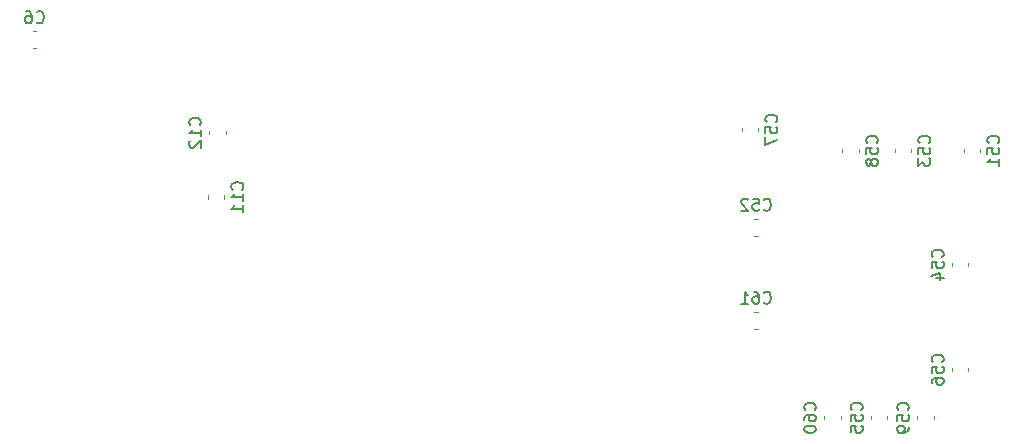
<source format=gbo>
G04 #@! TF.GenerationSoftware,KiCad,Pcbnew,5.1.10-88a1d61d58~88~ubuntu18.04.1*
G04 #@! TF.CreationDate,2021-06-12T18:10:02+08:00*
G04 #@! TF.ProjectId,kit-dev-coldfire-xilinx_5213,6b69742d-6465-4762-9d63-6f6c64666972,2*
G04 #@! TF.SameCoordinates,Original*
G04 #@! TF.FileFunction,Legend,Bot*
G04 #@! TF.FilePolarity,Positive*
%FSLAX46Y46*%
G04 Gerber Fmt 4.6, Leading zero omitted, Abs format (unit mm)*
G04 Created by KiCad (PCBNEW 5.1.10-88a1d61d58~88~ubuntu18.04.1) date 2021-06-12 18:10:02*
%MOMM*%
%LPD*%
G01*
G04 APERTURE LIST*
%ADD10C,0.120000*%
%ADD11C,0.150000*%
%ADD12O,2.800000X2.800000*%
%ADD13O,2.000000X2.000000*%
%ADD14C,2.000000*%
%ADD15C,1.400000*%
%ADD16O,2.100000X2.100000*%
%ADD17C,1.900000*%
%ADD18C,5.200600*%
%ADD19C,2.940000*%
%ADD20C,4.210000*%
%ADD21C,1.924000*%
%ADD22C,1.797000*%
G04 APERTURE END LIST*
D10*
X130071000Y-90730000D02*
X129771000Y-90730000D01*
X130071000Y-92150000D02*
X129771000Y-92150000D01*
X145998000Y-104925000D02*
X145998000Y-104625000D01*
X144578000Y-104925000D02*
X144578000Y-104625000D01*
X144705000Y-99164000D02*
X144705000Y-99464000D01*
X146125000Y-99164000D02*
X146125000Y-99464000D01*
X210006000Y-100988000D02*
X210006000Y-100688000D01*
X208586000Y-100988000D02*
X208586000Y-100688000D01*
X191158000Y-106605000D02*
X190858000Y-106605000D01*
X191158000Y-108025000D02*
X190858000Y-108025000D01*
X204164000Y-100988000D02*
X204164000Y-100688000D01*
X202744000Y-100988000D02*
X202744000Y-100688000D01*
X207570000Y-110340000D02*
X207570000Y-110640000D01*
X208990000Y-110340000D02*
X208990000Y-110640000D01*
X200712000Y-123294000D02*
X200712000Y-123594000D01*
X202132000Y-123294000D02*
X202132000Y-123594000D01*
X207570000Y-119230000D02*
X207570000Y-119530000D01*
X208990000Y-119230000D02*
X208990000Y-119530000D01*
X191210000Y-99210000D02*
X191210000Y-98910000D01*
X189790000Y-99210000D02*
X189790000Y-98910000D01*
X199719000Y-100988000D02*
X199719000Y-100688000D01*
X198299000Y-100988000D02*
X198299000Y-100688000D01*
X204649000Y-123294000D02*
X204649000Y-123594000D01*
X206069000Y-123294000D02*
X206069000Y-123594000D01*
X196775000Y-123294000D02*
X196775000Y-123594000D01*
X198195000Y-123294000D02*
X198195000Y-123594000D01*
X191158000Y-114479000D02*
X190858000Y-114479000D01*
X191158000Y-115899000D02*
X190858000Y-115899000D01*
D11*
X130087666Y-89947142D02*
X130135285Y-89994761D01*
X130278142Y-90042380D01*
X130373380Y-90042380D01*
X130516238Y-89994761D01*
X130611476Y-89899523D01*
X130659095Y-89804285D01*
X130706714Y-89613809D01*
X130706714Y-89470952D01*
X130659095Y-89280476D01*
X130611476Y-89185238D01*
X130516238Y-89090000D01*
X130373380Y-89042380D01*
X130278142Y-89042380D01*
X130135285Y-89090000D01*
X130087666Y-89137619D01*
X129230523Y-89042380D02*
X129421000Y-89042380D01*
X129516238Y-89090000D01*
X129563857Y-89137619D01*
X129659095Y-89280476D01*
X129706714Y-89470952D01*
X129706714Y-89851904D01*
X129659095Y-89947142D01*
X129611476Y-89994761D01*
X129516238Y-90042380D01*
X129325761Y-90042380D01*
X129230523Y-89994761D01*
X129182904Y-89947142D01*
X129135285Y-89851904D01*
X129135285Y-89613809D01*
X129182904Y-89518571D01*
X129230523Y-89470952D01*
X129325761Y-89423333D01*
X129516238Y-89423333D01*
X129611476Y-89470952D01*
X129659095Y-89518571D01*
X129706714Y-89613809D01*
X147495142Y-104132142D02*
X147542761Y-104084523D01*
X147590380Y-103941666D01*
X147590380Y-103846428D01*
X147542761Y-103703571D01*
X147447523Y-103608333D01*
X147352285Y-103560714D01*
X147161809Y-103513095D01*
X147018952Y-103513095D01*
X146828476Y-103560714D01*
X146733238Y-103608333D01*
X146638000Y-103703571D01*
X146590380Y-103846428D01*
X146590380Y-103941666D01*
X146638000Y-104084523D01*
X146685619Y-104132142D01*
X147590380Y-105084523D02*
X147590380Y-104513095D01*
X147590380Y-104798809D02*
X146590380Y-104798809D01*
X146733238Y-104703571D01*
X146828476Y-104608333D01*
X146876095Y-104513095D01*
X147590380Y-106036904D02*
X147590380Y-105465476D01*
X147590380Y-105751190D02*
X146590380Y-105751190D01*
X146733238Y-105655952D01*
X146828476Y-105560714D01*
X146876095Y-105465476D01*
X143922142Y-98671142D02*
X143969761Y-98623523D01*
X144017380Y-98480666D01*
X144017380Y-98385428D01*
X143969761Y-98242571D01*
X143874523Y-98147333D01*
X143779285Y-98099714D01*
X143588809Y-98052095D01*
X143445952Y-98052095D01*
X143255476Y-98099714D01*
X143160238Y-98147333D01*
X143065000Y-98242571D01*
X143017380Y-98385428D01*
X143017380Y-98480666D01*
X143065000Y-98623523D01*
X143112619Y-98671142D01*
X144017380Y-99623523D02*
X144017380Y-99052095D01*
X144017380Y-99337809D02*
X143017380Y-99337809D01*
X143160238Y-99242571D01*
X143255476Y-99147333D01*
X143303095Y-99052095D01*
X143112619Y-100004476D02*
X143065000Y-100052095D01*
X143017380Y-100147333D01*
X143017380Y-100385428D01*
X143065000Y-100480666D01*
X143112619Y-100528285D01*
X143207857Y-100575904D01*
X143303095Y-100575904D01*
X143445952Y-100528285D01*
X144017380Y-99956857D01*
X144017380Y-100575904D01*
X211503142Y-100195142D02*
X211550761Y-100147523D01*
X211598380Y-100004666D01*
X211598380Y-99909428D01*
X211550761Y-99766571D01*
X211455523Y-99671333D01*
X211360285Y-99623714D01*
X211169809Y-99576095D01*
X211026952Y-99576095D01*
X210836476Y-99623714D01*
X210741238Y-99671333D01*
X210646000Y-99766571D01*
X210598380Y-99909428D01*
X210598380Y-100004666D01*
X210646000Y-100147523D01*
X210693619Y-100195142D01*
X210598380Y-101099904D02*
X210598380Y-100623714D01*
X211074571Y-100576095D01*
X211026952Y-100623714D01*
X210979333Y-100718952D01*
X210979333Y-100957047D01*
X211026952Y-101052285D01*
X211074571Y-101099904D01*
X211169809Y-101147523D01*
X211407904Y-101147523D01*
X211503142Y-101099904D01*
X211550761Y-101052285D01*
X211598380Y-100957047D01*
X211598380Y-100718952D01*
X211550761Y-100623714D01*
X211503142Y-100576095D01*
X211598380Y-102099904D02*
X211598380Y-101528476D01*
X211598380Y-101814190D02*
X210598380Y-101814190D01*
X210741238Y-101718952D01*
X210836476Y-101623714D01*
X210884095Y-101528476D01*
X191650857Y-105822142D02*
X191698476Y-105869761D01*
X191841333Y-105917380D01*
X191936571Y-105917380D01*
X192079428Y-105869761D01*
X192174666Y-105774523D01*
X192222285Y-105679285D01*
X192269904Y-105488809D01*
X192269904Y-105345952D01*
X192222285Y-105155476D01*
X192174666Y-105060238D01*
X192079428Y-104965000D01*
X191936571Y-104917380D01*
X191841333Y-104917380D01*
X191698476Y-104965000D01*
X191650857Y-105012619D01*
X190746095Y-104917380D02*
X191222285Y-104917380D01*
X191269904Y-105393571D01*
X191222285Y-105345952D01*
X191127047Y-105298333D01*
X190888952Y-105298333D01*
X190793714Y-105345952D01*
X190746095Y-105393571D01*
X190698476Y-105488809D01*
X190698476Y-105726904D01*
X190746095Y-105822142D01*
X190793714Y-105869761D01*
X190888952Y-105917380D01*
X191127047Y-105917380D01*
X191222285Y-105869761D01*
X191269904Y-105822142D01*
X190317523Y-105012619D02*
X190269904Y-104965000D01*
X190174666Y-104917380D01*
X189936571Y-104917380D01*
X189841333Y-104965000D01*
X189793714Y-105012619D01*
X189746095Y-105107857D01*
X189746095Y-105203095D01*
X189793714Y-105345952D01*
X190365142Y-105917380D01*
X189746095Y-105917380D01*
X205661142Y-100195142D02*
X205708761Y-100147523D01*
X205756380Y-100004666D01*
X205756380Y-99909428D01*
X205708761Y-99766571D01*
X205613523Y-99671333D01*
X205518285Y-99623714D01*
X205327809Y-99576095D01*
X205184952Y-99576095D01*
X204994476Y-99623714D01*
X204899238Y-99671333D01*
X204804000Y-99766571D01*
X204756380Y-99909428D01*
X204756380Y-100004666D01*
X204804000Y-100147523D01*
X204851619Y-100195142D01*
X204756380Y-101099904D02*
X204756380Y-100623714D01*
X205232571Y-100576095D01*
X205184952Y-100623714D01*
X205137333Y-100718952D01*
X205137333Y-100957047D01*
X205184952Y-101052285D01*
X205232571Y-101099904D01*
X205327809Y-101147523D01*
X205565904Y-101147523D01*
X205661142Y-101099904D01*
X205708761Y-101052285D01*
X205756380Y-100957047D01*
X205756380Y-100718952D01*
X205708761Y-100623714D01*
X205661142Y-100576095D01*
X204756380Y-101480857D02*
X204756380Y-102099904D01*
X205137333Y-101766571D01*
X205137333Y-101909428D01*
X205184952Y-102004666D01*
X205232571Y-102052285D01*
X205327809Y-102099904D01*
X205565904Y-102099904D01*
X205661142Y-102052285D01*
X205708761Y-102004666D01*
X205756380Y-101909428D01*
X205756380Y-101623714D01*
X205708761Y-101528476D01*
X205661142Y-101480857D01*
X206787142Y-109847142D02*
X206834761Y-109799523D01*
X206882380Y-109656666D01*
X206882380Y-109561428D01*
X206834761Y-109418571D01*
X206739523Y-109323333D01*
X206644285Y-109275714D01*
X206453809Y-109228095D01*
X206310952Y-109228095D01*
X206120476Y-109275714D01*
X206025238Y-109323333D01*
X205930000Y-109418571D01*
X205882380Y-109561428D01*
X205882380Y-109656666D01*
X205930000Y-109799523D01*
X205977619Y-109847142D01*
X205882380Y-110751904D02*
X205882380Y-110275714D01*
X206358571Y-110228095D01*
X206310952Y-110275714D01*
X206263333Y-110370952D01*
X206263333Y-110609047D01*
X206310952Y-110704285D01*
X206358571Y-110751904D01*
X206453809Y-110799523D01*
X206691904Y-110799523D01*
X206787142Y-110751904D01*
X206834761Y-110704285D01*
X206882380Y-110609047D01*
X206882380Y-110370952D01*
X206834761Y-110275714D01*
X206787142Y-110228095D01*
X206215714Y-111656666D02*
X206882380Y-111656666D01*
X205834761Y-111418571D02*
X206549047Y-111180476D01*
X206549047Y-111799523D01*
X199929142Y-122801142D02*
X199976761Y-122753523D01*
X200024380Y-122610666D01*
X200024380Y-122515428D01*
X199976761Y-122372571D01*
X199881523Y-122277333D01*
X199786285Y-122229714D01*
X199595809Y-122182095D01*
X199452952Y-122182095D01*
X199262476Y-122229714D01*
X199167238Y-122277333D01*
X199072000Y-122372571D01*
X199024380Y-122515428D01*
X199024380Y-122610666D01*
X199072000Y-122753523D01*
X199119619Y-122801142D01*
X199024380Y-123705904D02*
X199024380Y-123229714D01*
X199500571Y-123182095D01*
X199452952Y-123229714D01*
X199405333Y-123324952D01*
X199405333Y-123563047D01*
X199452952Y-123658285D01*
X199500571Y-123705904D01*
X199595809Y-123753523D01*
X199833904Y-123753523D01*
X199929142Y-123705904D01*
X199976761Y-123658285D01*
X200024380Y-123563047D01*
X200024380Y-123324952D01*
X199976761Y-123229714D01*
X199929142Y-123182095D01*
X199024380Y-124658285D02*
X199024380Y-124182095D01*
X199500571Y-124134476D01*
X199452952Y-124182095D01*
X199405333Y-124277333D01*
X199405333Y-124515428D01*
X199452952Y-124610666D01*
X199500571Y-124658285D01*
X199595809Y-124705904D01*
X199833904Y-124705904D01*
X199929142Y-124658285D01*
X199976761Y-124610666D01*
X200024380Y-124515428D01*
X200024380Y-124277333D01*
X199976761Y-124182095D01*
X199929142Y-124134476D01*
X206787142Y-118737142D02*
X206834761Y-118689523D01*
X206882380Y-118546666D01*
X206882380Y-118451428D01*
X206834761Y-118308571D01*
X206739523Y-118213333D01*
X206644285Y-118165714D01*
X206453809Y-118118095D01*
X206310952Y-118118095D01*
X206120476Y-118165714D01*
X206025238Y-118213333D01*
X205930000Y-118308571D01*
X205882380Y-118451428D01*
X205882380Y-118546666D01*
X205930000Y-118689523D01*
X205977619Y-118737142D01*
X205882380Y-119641904D02*
X205882380Y-119165714D01*
X206358571Y-119118095D01*
X206310952Y-119165714D01*
X206263333Y-119260952D01*
X206263333Y-119499047D01*
X206310952Y-119594285D01*
X206358571Y-119641904D01*
X206453809Y-119689523D01*
X206691904Y-119689523D01*
X206787142Y-119641904D01*
X206834761Y-119594285D01*
X206882380Y-119499047D01*
X206882380Y-119260952D01*
X206834761Y-119165714D01*
X206787142Y-119118095D01*
X205882380Y-120546666D02*
X205882380Y-120356190D01*
X205930000Y-120260952D01*
X205977619Y-120213333D01*
X206120476Y-120118095D01*
X206310952Y-120070476D01*
X206691904Y-120070476D01*
X206787142Y-120118095D01*
X206834761Y-120165714D01*
X206882380Y-120260952D01*
X206882380Y-120451428D01*
X206834761Y-120546666D01*
X206787142Y-120594285D01*
X206691904Y-120641904D01*
X206453809Y-120641904D01*
X206358571Y-120594285D01*
X206310952Y-120546666D01*
X206263333Y-120451428D01*
X206263333Y-120260952D01*
X206310952Y-120165714D01*
X206358571Y-120118095D01*
X206453809Y-120070476D01*
X192707142Y-98417142D02*
X192754761Y-98369523D01*
X192802380Y-98226666D01*
X192802380Y-98131428D01*
X192754761Y-97988571D01*
X192659523Y-97893333D01*
X192564285Y-97845714D01*
X192373809Y-97798095D01*
X192230952Y-97798095D01*
X192040476Y-97845714D01*
X191945238Y-97893333D01*
X191850000Y-97988571D01*
X191802380Y-98131428D01*
X191802380Y-98226666D01*
X191850000Y-98369523D01*
X191897619Y-98417142D01*
X191802380Y-99321904D02*
X191802380Y-98845714D01*
X192278571Y-98798095D01*
X192230952Y-98845714D01*
X192183333Y-98940952D01*
X192183333Y-99179047D01*
X192230952Y-99274285D01*
X192278571Y-99321904D01*
X192373809Y-99369523D01*
X192611904Y-99369523D01*
X192707142Y-99321904D01*
X192754761Y-99274285D01*
X192802380Y-99179047D01*
X192802380Y-98940952D01*
X192754761Y-98845714D01*
X192707142Y-98798095D01*
X191802380Y-99702857D02*
X191802380Y-100369523D01*
X192802380Y-99940952D01*
X201216142Y-100195142D02*
X201263761Y-100147523D01*
X201311380Y-100004666D01*
X201311380Y-99909428D01*
X201263761Y-99766571D01*
X201168523Y-99671333D01*
X201073285Y-99623714D01*
X200882809Y-99576095D01*
X200739952Y-99576095D01*
X200549476Y-99623714D01*
X200454238Y-99671333D01*
X200359000Y-99766571D01*
X200311380Y-99909428D01*
X200311380Y-100004666D01*
X200359000Y-100147523D01*
X200406619Y-100195142D01*
X200311380Y-101099904D02*
X200311380Y-100623714D01*
X200787571Y-100576095D01*
X200739952Y-100623714D01*
X200692333Y-100718952D01*
X200692333Y-100957047D01*
X200739952Y-101052285D01*
X200787571Y-101099904D01*
X200882809Y-101147523D01*
X201120904Y-101147523D01*
X201216142Y-101099904D01*
X201263761Y-101052285D01*
X201311380Y-100957047D01*
X201311380Y-100718952D01*
X201263761Y-100623714D01*
X201216142Y-100576095D01*
X200739952Y-101718952D02*
X200692333Y-101623714D01*
X200644714Y-101576095D01*
X200549476Y-101528476D01*
X200501857Y-101528476D01*
X200406619Y-101576095D01*
X200359000Y-101623714D01*
X200311380Y-101718952D01*
X200311380Y-101909428D01*
X200359000Y-102004666D01*
X200406619Y-102052285D01*
X200501857Y-102099904D01*
X200549476Y-102099904D01*
X200644714Y-102052285D01*
X200692333Y-102004666D01*
X200739952Y-101909428D01*
X200739952Y-101718952D01*
X200787571Y-101623714D01*
X200835190Y-101576095D01*
X200930428Y-101528476D01*
X201120904Y-101528476D01*
X201216142Y-101576095D01*
X201263761Y-101623714D01*
X201311380Y-101718952D01*
X201311380Y-101909428D01*
X201263761Y-102004666D01*
X201216142Y-102052285D01*
X201120904Y-102099904D01*
X200930428Y-102099904D01*
X200835190Y-102052285D01*
X200787571Y-102004666D01*
X200739952Y-101909428D01*
X203866142Y-122801142D02*
X203913761Y-122753523D01*
X203961380Y-122610666D01*
X203961380Y-122515428D01*
X203913761Y-122372571D01*
X203818523Y-122277333D01*
X203723285Y-122229714D01*
X203532809Y-122182095D01*
X203389952Y-122182095D01*
X203199476Y-122229714D01*
X203104238Y-122277333D01*
X203009000Y-122372571D01*
X202961380Y-122515428D01*
X202961380Y-122610666D01*
X203009000Y-122753523D01*
X203056619Y-122801142D01*
X202961380Y-123705904D02*
X202961380Y-123229714D01*
X203437571Y-123182095D01*
X203389952Y-123229714D01*
X203342333Y-123324952D01*
X203342333Y-123563047D01*
X203389952Y-123658285D01*
X203437571Y-123705904D01*
X203532809Y-123753523D01*
X203770904Y-123753523D01*
X203866142Y-123705904D01*
X203913761Y-123658285D01*
X203961380Y-123563047D01*
X203961380Y-123324952D01*
X203913761Y-123229714D01*
X203866142Y-123182095D01*
X203961380Y-124229714D02*
X203961380Y-124420190D01*
X203913761Y-124515428D01*
X203866142Y-124563047D01*
X203723285Y-124658285D01*
X203532809Y-124705904D01*
X203151857Y-124705904D01*
X203056619Y-124658285D01*
X203009000Y-124610666D01*
X202961380Y-124515428D01*
X202961380Y-124324952D01*
X203009000Y-124229714D01*
X203056619Y-124182095D01*
X203151857Y-124134476D01*
X203389952Y-124134476D01*
X203485190Y-124182095D01*
X203532809Y-124229714D01*
X203580428Y-124324952D01*
X203580428Y-124515428D01*
X203532809Y-124610666D01*
X203485190Y-124658285D01*
X203389952Y-124705904D01*
X195992142Y-122801142D02*
X196039761Y-122753523D01*
X196087380Y-122610666D01*
X196087380Y-122515428D01*
X196039761Y-122372571D01*
X195944523Y-122277333D01*
X195849285Y-122229714D01*
X195658809Y-122182095D01*
X195515952Y-122182095D01*
X195325476Y-122229714D01*
X195230238Y-122277333D01*
X195135000Y-122372571D01*
X195087380Y-122515428D01*
X195087380Y-122610666D01*
X195135000Y-122753523D01*
X195182619Y-122801142D01*
X195087380Y-123658285D02*
X195087380Y-123467809D01*
X195135000Y-123372571D01*
X195182619Y-123324952D01*
X195325476Y-123229714D01*
X195515952Y-123182095D01*
X195896904Y-123182095D01*
X195992142Y-123229714D01*
X196039761Y-123277333D01*
X196087380Y-123372571D01*
X196087380Y-123563047D01*
X196039761Y-123658285D01*
X195992142Y-123705904D01*
X195896904Y-123753523D01*
X195658809Y-123753523D01*
X195563571Y-123705904D01*
X195515952Y-123658285D01*
X195468333Y-123563047D01*
X195468333Y-123372571D01*
X195515952Y-123277333D01*
X195563571Y-123229714D01*
X195658809Y-123182095D01*
X195087380Y-124372571D02*
X195087380Y-124467809D01*
X195135000Y-124563047D01*
X195182619Y-124610666D01*
X195277857Y-124658285D01*
X195468333Y-124705904D01*
X195706428Y-124705904D01*
X195896904Y-124658285D01*
X195992142Y-124610666D01*
X196039761Y-124563047D01*
X196087380Y-124467809D01*
X196087380Y-124372571D01*
X196039761Y-124277333D01*
X195992142Y-124229714D01*
X195896904Y-124182095D01*
X195706428Y-124134476D01*
X195468333Y-124134476D01*
X195277857Y-124182095D01*
X195182619Y-124229714D01*
X195135000Y-124277333D01*
X195087380Y-124372571D01*
X191650857Y-113696142D02*
X191698476Y-113743761D01*
X191841333Y-113791380D01*
X191936571Y-113791380D01*
X192079428Y-113743761D01*
X192174666Y-113648523D01*
X192222285Y-113553285D01*
X192269904Y-113362809D01*
X192269904Y-113219952D01*
X192222285Y-113029476D01*
X192174666Y-112934238D01*
X192079428Y-112839000D01*
X191936571Y-112791380D01*
X191841333Y-112791380D01*
X191698476Y-112839000D01*
X191650857Y-112886619D01*
X190793714Y-112791380D02*
X190984190Y-112791380D01*
X191079428Y-112839000D01*
X191127047Y-112886619D01*
X191222285Y-113029476D01*
X191269904Y-113219952D01*
X191269904Y-113600904D01*
X191222285Y-113696142D01*
X191174666Y-113743761D01*
X191079428Y-113791380D01*
X190888952Y-113791380D01*
X190793714Y-113743761D01*
X190746095Y-113696142D01*
X190698476Y-113600904D01*
X190698476Y-113362809D01*
X190746095Y-113267571D01*
X190793714Y-113219952D01*
X190888952Y-113172333D01*
X191079428Y-113172333D01*
X191174666Y-113219952D01*
X191222285Y-113267571D01*
X191269904Y-113362809D01*
X189746095Y-113791380D02*
X190317523Y-113791380D01*
X190031809Y-113791380D02*
X190031809Y-112791380D01*
X190127047Y-112934238D01*
X190222285Y-113029476D01*
X190317523Y-113077095D01*
%LPC*%
D12*
X80772000Y-77089000D03*
G36*
G01*
X94872000Y-75889000D02*
X94872000Y-78289000D01*
G75*
G02*
X94672000Y-78489000I-200000J0D01*
G01*
X92272000Y-78489000D01*
G75*
G02*
X92072000Y-78289000I0J200000D01*
G01*
X92072000Y-75889000D01*
G75*
G02*
X92272000Y-75689000I200000J0D01*
G01*
X94672000Y-75689000D01*
G75*
G02*
X94872000Y-75889000I0J-200000D01*
G01*
G37*
D13*
X217170000Y-134620000D03*
D14*
X207010000Y-134620000D03*
X88900000Y-95330000D03*
G36*
G01*
X89700000Y-101330000D02*
X88100000Y-101330000D01*
G75*
G02*
X87900000Y-101130000I0J200000D01*
G01*
X87900000Y-99530000D01*
G75*
G02*
X88100000Y-99330000I200000J0D01*
G01*
X89700000Y-99330000D01*
G75*
G02*
X89900000Y-99530000I0J-200000D01*
G01*
X89900000Y-101130000D01*
G75*
G02*
X89700000Y-101330000I-200000J0D01*
G01*
G37*
X88900000Y-82630000D03*
G36*
G01*
X89700000Y-88630000D02*
X88100000Y-88630000D01*
G75*
G02*
X87900000Y-88430000I0J200000D01*
G01*
X87900000Y-86830000D01*
G75*
G02*
X88100000Y-86630000I200000J0D01*
G01*
X89700000Y-86630000D01*
G75*
G02*
X89900000Y-86830000I0J-200000D01*
G01*
X89900000Y-88430000D01*
G75*
G02*
X89700000Y-88630000I-200000J0D01*
G01*
G37*
G36*
G01*
X151169000Y-101439000D02*
X152869000Y-101439000D01*
G75*
G02*
X153069000Y-101639000I0J-200000D01*
G01*
X153069000Y-103339000D01*
G75*
G02*
X152869000Y-103539000I-200000J0D01*
G01*
X151169000Y-103539000D01*
G75*
G02*
X150969000Y-103339000I0J200000D01*
G01*
X150969000Y-101639000D01*
G75*
G02*
X151169000Y-101439000I200000J0D01*
G01*
G37*
G36*
G01*
X82589000Y-133189000D02*
X84289000Y-133189000D01*
G75*
G02*
X84489000Y-133389000I0J-200000D01*
G01*
X84489000Y-135089000D01*
G75*
G02*
X84289000Y-135289000I-200000J0D01*
G01*
X82589000Y-135289000D01*
G75*
G02*
X82389000Y-135089000I0J200000D01*
G01*
X82389000Y-133389000D01*
G75*
G02*
X82589000Y-133189000I200000J0D01*
G01*
G37*
G36*
G01*
X88685000Y-139920000D02*
X90385000Y-139920000D01*
G75*
G02*
X90585000Y-140120000I0J-200000D01*
G01*
X90585000Y-141820000D01*
G75*
G02*
X90385000Y-142020000I-200000J0D01*
G01*
X88685000Y-142020000D01*
G75*
G02*
X88485000Y-141820000I0J200000D01*
G01*
X88485000Y-140120000D01*
G75*
G02*
X88685000Y-139920000I200000J0D01*
G01*
G37*
G36*
G01*
X99607000Y-94708000D02*
X101307000Y-94708000D01*
G75*
G02*
X101507000Y-94908000I0J-200000D01*
G01*
X101507000Y-96608000D01*
G75*
G02*
X101307000Y-96808000I-200000J0D01*
G01*
X99607000Y-96808000D01*
G75*
G02*
X99407000Y-96608000I0J200000D01*
G01*
X99407000Y-94908000D01*
G75*
G02*
X99607000Y-94708000I200000J0D01*
G01*
G37*
G36*
G01*
X82589000Y-137507000D02*
X84289000Y-137507000D01*
G75*
G02*
X84489000Y-137707000I0J-200000D01*
G01*
X84489000Y-139407000D01*
G75*
G02*
X84289000Y-139607000I-200000J0D01*
G01*
X82589000Y-139607000D01*
G75*
G02*
X82389000Y-139407000I0J200000D01*
G01*
X82389000Y-137707000D01*
G75*
G02*
X82589000Y-137507000I200000J0D01*
G01*
G37*
G36*
G01*
X102655000Y-82770000D02*
X104355000Y-82770000D01*
G75*
G02*
X104555000Y-82970000I0J-200000D01*
G01*
X104555000Y-84670000D01*
G75*
G02*
X104355000Y-84870000I-200000J0D01*
G01*
X102655000Y-84870000D01*
G75*
G02*
X102455000Y-84670000I0J200000D01*
G01*
X102455000Y-82970000D01*
G75*
G02*
X102655000Y-82770000I200000J0D01*
G01*
G37*
D15*
X187960000Y-88138000D03*
X189230000Y-89408000D03*
G36*
G01*
X187190000Y-90108000D02*
X186190000Y-90108000D01*
G75*
G02*
X185990000Y-89908000I0J200000D01*
G01*
X185990000Y-88908000D01*
G75*
G02*
X186190000Y-88708000I200000J0D01*
G01*
X187190000Y-88708000D01*
G75*
G02*
X187390000Y-88908000I0J-200000D01*
G01*
X187390000Y-89908000D01*
G75*
G02*
X187190000Y-90108000I-200000J0D01*
G01*
G37*
D16*
X113284000Y-73533000D03*
X113284000Y-76073000D03*
G36*
G01*
X114334000Y-77763000D02*
X114334000Y-79463000D01*
G75*
G02*
X114134000Y-79663000I-200000J0D01*
G01*
X112434000Y-79663000D01*
G75*
G02*
X112234000Y-79463000I0J200000D01*
G01*
X112234000Y-77763000D01*
G75*
G02*
X112434000Y-77563000I200000J0D01*
G01*
X114134000Y-77563000D01*
G75*
G02*
X114334000Y-77763000I0J-200000D01*
G01*
G37*
X110744000Y-73533000D03*
X110744000Y-76073000D03*
G36*
G01*
X111794000Y-77763000D02*
X111794000Y-79463000D01*
G75*
G02*
X111594000Y-79663000I-200000J0D01*
G01*
X109894000Y-79663000D01*
G75*
G02*
X109694000Y-79463000I0J200000D01*
G01*
X109694000Y-77763000D01*
G75*
G02*
X109894000Y-77563000I200000J0D01*
G01*
X111594000Y-77563000D01*
G75*
G02*
X111794000Y-77763000I0J-200000D01*
G01*
G37*
X108204000Y-73533000D03*
X108204000Y-76073000D03*
G36*
G01*
X109254000Y-77763000D02*
X109254000Y-79463000D01*
G75*
G02*
X109054000Y-79663000I-200000J0D01*
G01*
X107354000Y-79663000D01*
G75*
G02*
X107154000Y-79463000I0J200000D01*
G01*
X107154000Y-77763000D01*
G75*
G02*
X107354000Y-77563000I200000J0D01*
G01*
X109054000Y-77563000D01*
G75*
G02*
X109254000Y-77763000I0J-200000D01*
G01*
G37*
G36*
G01*
X129651000Y-90689999D02*
X129651000Y-92190001D01*
G75*
G02*
X129451001Y-92390000I-199999J0D01*
G01*
X128480999Y-92390000D01*
G75*
G02*
X128281000Y-92190001I0J199999D01*
G01*
X128281000Y-90689999D01*
G75*
G02*
X128480999Y-90490000I199999J0D01*
G01*
X129451001Y-90490000D01*
G75*
G02*
X129651000Y-90689999I0J-199999D01*
G01*
G37*
G36*
G01*
X131561000Y-90689999D02*
X131561000Y-92190001D01*
G75*
G02*
X131361001Y-92390000I-199999J0D01*
G01*
X130390999Y-92390000D01*
G75*
G02*
X130191000Y-92190001I0J199999D01*
G01*
X130191000Y-90689999D01*
G75*
G02*
X130390999Y-90490000I199999J0D01*
G01*
X131361001Y-90490000D01*
G75*
G02*
X131561000Y-90689999I0J-199999D01*
G01*
G37*
G36*
G01*
X146038001Y-104505000D02*
X144537999Y-104505000D01*
G75*
G02*
X144338000Y-104305001I0J199999D01*
G01*
X144338000Y-103334999D01*
G75*
G02*
X144537999Y-103135000I199999J0D01*
G01*
X146038001Y-103135000D01*
G75*
G02*
X146238000Y-103334999I0J-199999D01*
G01*
X146238000Y-104305001D01*
G75*
G02*
X146038001Y-104505000I-199999J0D01*
G01*
G37*
G36*
G01*
X146038001Y-106415000D02*
X144537999Y-106415000D01*
G75*
G02*
X144338000Y-106215001I0J199999D01*
G01*
X144338000Y-105244999D01*
G75*
G02*
X144537999Y-105045000I199999J0D01*
G01*
X146038001Y-105045000D01*
G75*
G02*
X146238000Y-105244999I0J-199999D01*
G01*
X146238000Y-106215001D01*
G75*
G02*
X146038001Y-106415000I-199999J0D01*
G01*
G37*
G36*
G01*
X144664999Y-99584000D02*
X146165001Y-99584000D01*
G75*
G02*
X146365000Y-99783999I0J-199999D01*
G01*
X146365000Y-100754001D01*
G75*
G02*
X146165001Y-100954000I-199999J0D01*
G01*
X144664999Y-100954000D01*
G75*
G02*
X144465000Y-100754001I0J199999D01*
G01*
X144465000Y-99783999D01*
G75*
G02*
X144664999Y-99584000I199999J0D01*
G01*
G37*
G36*
G01*
X144664999Y-97674000D02*
X146165001Y-97674000D01*
G75*
G02*
X146365000Y-97873999I0J-199999D01*
G01*
X146365000Y-98844001D01*
G75*
G02*
X146165001Y-99044000I-199999J0D01*
G01*
X144664999Y-99044000D01*
G75*
G02*
X144465000Y-98844001I0J199999D01*
G01*
X144465000Y-97873999D01*
G75*
G02*
X144664999Y-97674000I199999J0D01*
G01*
G37*
G36*
G01*
X210046001Y-100568000D02*
X208545999Y-100568000D01*
G75*
G02*
X208346000Y-100368001I0J199999D01*
G01*
X208346000Y-99397999D01*
G75*
G02*
X208545999Y-99198000I199999J0D01*
G01*
X210046001Y-99198000D01*
G75*
G02*
X210246000Y-99397999I0J-199999D01*
G01*
X210246000Y-100368001D01*
G75*
G02*
X210046001Y-100568000I-199999J0D01*
G01*
G37*
G36*
G01*
X210046001Y-102478000D02*
X208545999Y-102478000D01*
G75*
G02*
X208346000Y-102278001I0J199999D01*
G01*
X208346000Y-101307999D01*
G75*
G02*
X208545999Y-101108000I199999J0D01*
G01*
X210046001Y-101108000D01*
G75*
G02*
X210246000Y-101307999I0J-199999D01*
G01*
X210246000Y-102278001D01*
G75*
G02*
X210046001Y-102478000I-199999J0D01*
G01*
G37*
G36*
G01*
X190738000Y-106564999D02*
X190738000Y-108065001D01*
G75*
G02*
X190538001Y-108265000I-199999J0D01*
G01*
X189567999Y-108265000D01*
G75*
G02*
X189368000Y-108065001I0J199999D01*
G01*
X189368000Y-106564999D01*
G75*
G02*
X189567999Y-106365000I199999J0D01*
G01*
X190538001Y-106365000D01*
G75*
G02*
X190738000Y-106564999I0J-199999D01*
G01*
G37*
G36*
G01*
X192648000Y-106564999D02*
X192648000Y-108065001D01*
G75*
G02*
X192448001Y-108265000I-199999J0D01*
G01*
X191477999Y-108265000D01*
G75*
G02*
X191278000Y-108065001I0J199999D01*
G01*
X191278000Y-106564999D01*
G75*
G02*
X191477999Y-106365000I199999J0D01*
G01*
X192448001Y-106365000D01*
G75*
G02*
X192648000Y-106564999I0J-199999D01*
G01*
G37*
G36*
G01*
X204204001Y-100568000D02*
X202703999Y-100568000D01*
G75*
G02*
X202504000Y-100368001I0J199999D01*
G01*
X202504000Y-99397999D01*
G75*
G02*
X202703999Y-99198000I199999J0D01*
G01*
X204204001Y-99198000D01*
G75*
G02*
X204404000Y-99397999I0J-199999D01*
G01*
X204404000Y-100368001D01*
G75*
G02*
X204204001Y-100568000I-199999J0D01*
G01*
G37*
G36*
G01*
X204204001Y-102478000D02*
X202703999Y-102478000D01*
G75*
G02*
X202504000Y-102278001I0J199999D01*
G01*
X202504000Y-101307999D01*
G75*
G02*
X202703999Y-101108000I199999J0D01*
G01*
X204204001Y-101108000D01*
G75*
G02*
X204404000Y-101307999I0J-199999D01*
G01*
X204404000Y-102278001D01*
G75*
G02*
X204204001Y-102478000I-199999J0D01*
G01*
G37*
G36*
G01*
X207529999Y-110760000D02*
X209030001Y-110760000D01*
G75*
G02*
X209230000Y-110959999I0J-199999D01*
G01*
X209230000Y-111930001D01*
G75*
G02*
X209030001Y-112130000I-199999J0D01*
G01*
X207529999Y-112130000D01*
G75*
G02*
X207330000Y-111930001I0J199999D01*
G01*
X207330000Y-110959999D01*
G75*
G02*
X207529999Y-110760000I199999J0D01*
G01*
G37*
G36*
G01*
X207529999Y-108850000D02*
X209030001Y-108850000D01*
G75*
G02*
X209230000Y-109049999I0J-199999D01*
G01*
X209230000Y-110020001D01*
G75*
G02*
X209030001Y-110220000I-199999J0D01*
G01*
X207529999Y-110220000D01*
G75*
G02*
X207330000Y-110020001I0J199999D01*
G01*
X207330000Y-109049999D01*
G75*
G02*
X207529999Y-108850000I199999J0D01*
G01*
G37*
G36*
G01*
X200671999Y-123714000D02*
X202172001Y-123714000D01*
G75*
G02*
X202372000Y-123913999I0J-199999D01*
G01*
X202372000Y-124884001D01*
G75*
G02*
X202172001Y-125084000I-199999J0D01*
G01*
X200671999Y-125084000D01*
G75*
G02*
X200472000Y-124884001I0J199999D01*
G01*
X200472000Y-123913999D01*
G75*
G02*
X200671999Y-123714000I199999J0D01*
G01*
G37*
G36*
G01*
X200671999Y-121804000D02*
X202172001Y-121804000D01*
G75*
G02*
X202372000Y-122003999I0J-199999D01*
G01*
X202372000Y-122974001D01*
G75*
G02*
X202172001Y-123174000I-199999J0D01*
G01*
X200671999Y-123174000D01*
G75*
G02*
X200472000Y-122974001I0J199999D01*
G01*
X200472000Y-122003999D01*
G75*
G02*
X200671999Y-121804000I199999J0D01*
G01*
G37*
G36*
G01*
X207529999Y-119650000D02*
X209030001Y-119650000D01*
G75*
G02*
X209230000Y-119849999I0J-199999D01*
G01*
X209230000Y-120820001D01*
G75*
G02*
X209030001Y-121020000I-199999J0D01*
G01*
X207529999Y-121020000D01*
G75*
G02*
X207330000Y-120820001I0J199999D01*
G01*
X207330000Y-119849999D01*
G75*
G02*
X207529999Y-119650000I199999J0D01*
G01*
G37*
G36*
G01*
X207529999Y-117740000D02*
X209030001Y-117740000D01*
G75*
G02*
X209230000Y-117939999I0J-199999D01*
G01*
X209230000Y-118910001D01*
G75*
G02*
X209030001Y-119110000I-199999J0D01*
G01*
X207529999Y-119110000D01*
G75*
G02*
X207330000Y-118910001I0J199999D01*
G01*
X207330000Y-117939999D01*
G75*
G02*
X207529999Y-117740000I199999J0D01*
G01*
G37*
G36*
G01*
X191250001Y-98790000D02*
X189749999Y-98790000D01*
G75*
G02*
X189550000Y-98590001I0J199999D01*
G01*
X189550000Y-97619999D01*
G75*
G02*
X189749999Y-97420000I199999J0D01*
G01*
X191250001Y-97420000D01*
G75*
G02*
X191450000Y-97619999I0J-199999D01*
G01*
X191450000Y-98590001D01*
G75*
G02*
X191250001Y-98790000I-199999J0D01*
G01*
G37*
G36*
G01*
X191250001Y-100700000D02*
X189749999Y-100700000D01*
G75*
G02*
X189550000Y-100500001I0J199999D01*
G01*
X189550000Y-99529999D01*
G75*
G02*
X189749999Y-99330000I199999J0D01*
G01*
X191250001Y-99330000D01*
G75*
G02*
X191450000Y-99529999I0J-199999D01*
G01*
X191450000Y-100500001D01*
G75*
G02*
X191250001Y-100700000I-199999J0D01*
G01*
G37*
G36*
G01*
X199759001Y-100568000D02*
X198258999Y-100568000D01*
G75*
G02*
X198059000Y-100368001I0J199999D01*
G01*
X198059000Y-99397999D01*
G75*
G02*
X198258999Y-99198000I199999J0D01*
G01*
X199759001Y-99198000D01*
G75*
G02*
X199959000Y-99397999I0J-199999D01*
G01*
X199959000Y-100368001D01*
G75*
G02*
X199759001Y-100568000I-199999J0D01*
G01*
G37*
G36*
G01*
X199759001Y-102478000D02*
X198258999Y-102478000D01*
G75*
G02*
X198059000Y-102278001I0J199999D01*
G01*
X198059000Y-101307999D01*
G75*
G02*
X198258999Y-101108000I199999J0D01*
G01*
X199759001Y-101108000D01*
G75*
G02*
X199959000Y-101307999I0J-199999D01*
G01*
X199959000Y-102278001D01*
G75*
G02*
X199759001Y-102478000I-199999J0D01*
G01*
G37*
G36*
G01*
X204608999Y-123714000D02*
X206109001Y-123714000D01*
G75*
G02*
X206309000Y-123913999I0J-199999D01*
G01*
X206309000Y-124884001D01*
G75*
G02*
X206109001Y-125084000I-199999J0D01*
G01*
X204608999Y-125084000D01*
G75*
G02*
X204409000Y-124884001I0J199999D01*
G01*
X204409000Y-123913999D01*
G75*
G02*
X204608999Y-123714000I199999J0D01*
G01*
G37*
G36*
G01*
X204608999Y-121804000D02*
X206109001Y-121804000D01*
G75*
G02*
X206309000Y-122003999I0J-199999D01*
G01*
X206309000Y-122974001D01*
G75*
G02*
X206109001Y-123174000I-199999J0D01*
G01*
X204608999Y-123174000D01*
G75*
G02*
X204409000Y-122974001I0J199999D01*
G01*
X204409000Y-122003999D01*
G75*
G02*
X204608999Y-121804000I199999J0D01*
G01*
G37*
G36*
G01*
X196734999Y-123714000D02*
X198235001Y-123714000D01*
G75*
G02*
X198435000Y-123913999I0J-199999D01*
G01*
X198435000Y-124884001D01*
G75*
G02*
X198235001Y-125084000I-199999J0D01*
G01*
X196734999Y-125084000D01*
G75*
G02*
X196535000Y-124884001I0J199999D01*
G01*
X196535000Y-123913999D01*
G75*
G02*
X196734999Y-123714000I199999J0D01*
G01*
G37*
G36*
G01*
X196734999Y-121804000D02*
X198235001Y-121804000D01*
G75*
G02*
X198435000Y-122003999I0J-199999D01*
G01*
X198435000Y-122974001D01*
G75*
G02*
X198235001Y-123174000I-199999J0D01*
G01*
X196734999Y-123174000D01*
G75*
G02*
X196535000Y-122974001I0J199999D01*
G01*
X196535000Y-122003999D01*
G75*
G02*
X196734999Y-121804000I199999J0D01*
G01*
G37*
G36*
G01*
X190738000Y-114438999D02*
X190738000Y-115939001D01*
G75*
G02*
X190538001Y-116139000I-199999J0D01*
G01*
X189567999Y-116139000D01*
G75*
G02*
X189368000Y-115939001I0J199999D01*
G01*
X189368000Y-114438999D01*
G75*
G02*
X189567999Y-114239000I199999J0D01*
G01*
X190538001Y-114239000D01*
G75*
G02*
X190738000Y-114438999I0J-199999D01*
G01*
G37*
G36*
G01*
X192648000Y-114438999D02*
X192648000Y-115939001D01*
G75*
G02*
X192448001Y-116139000I-199999J0D01*
G01*
X191477999Y-116139000D01*
G75*
G02*
X191278000Y-115939001I0J199999D01*
G01*
X191278000Y-114438999D01*
G75*
G02*
X191477999Y-114239000I199999J0D01*
G01*
X192448001Y-114239000D01*
G75*
G02*
X192648000Y-114438999I0J-199999D01*
G01*
G37*
D17*
X123444000Y-125677000D03*
X123444000Y-120777000D03*
D16*
X115062000Y-93345000D03*
G36*
G01*
X113372000Y-94395000D02*
X111672000Y-94395000D01*
G75*
G02*
X111472000Y-94195000I0J200000D01*
G01*
X111472000Y-92495000D01*
G75*
G02*
X111672000Y-92295000I200000J0D01*
G01*
X113372000Y-92295000D01*
G75*
G02*
X113572000Y-92495000I0J-200000D01*
G01*
X113572000Y-94195000D01*
G75*
G02*
X113372000Y-94395000I-200000J0D01*
G01*
G37*
X96647000Y-93218000D03*
G36*
G01*
X97697000Y-94908000D02*
X97697000Y-96608000D01*
G75*
G02*
X97497000Y-96808000I-200000J0D01*
G01*
X95797000Y-96808000D01*
G75*
G02*
X95597000Y-96608000I0J200000D01*
G01*
X95597000Y-94908000D01*
G75*
G02*
X95797000Y-94708000I200000J0D01*
G01*
X97497000Y-94708000D01*
G75*
G02*
X97697000Y-94908000I0J-200000D01*
G01*
G37*
X115062000Y-98425000D03*
G36*
G01*
X113372000Y-99475000D02*
X111672000Y-99475000D01*
G75*
G02*
X111472000Y-99275000I0J200000D01*
G01*
X111472000Y-97575000D01*
G75*
G02*
X111672000Y-97375000I200000J0D01*
G01*
X113372000Y-97375000D01*
G75*
G02*
X113572000Y-97575000I0J-200000D01*
G01*
X113572000Y-99275000D01*
G75*
G02*
X113372000Y-99475000I-200000J0D01*
G01*
G37*
X115062000Y-95885000D03*
G36*
G01*
X113372000Y-96935000D02*
X111672000Y-96935000D01*
G75*
G02*
X111472000Y-96735000I0J200000D01*
G01*
X111472000Y-95035000D01*
G75*
G02*
X111672000Y-94835000I200000J0D01*
G01*
X113372000Y-94835000D01*
G75*
G02*
X113572000Y-95035000I0J-200000D01*
G01*
X113572000Y-96735000D01*
G75*
G02*
X113372000Y-96935000I-200000J0D01*
G01*
G37*
X88900000Y-134620000D03*
G36*
G01*
X90590000Y-133570000D02*
X92290000Y-133570000D01*
G75*
G02*
X92490000Y-133770000I0J-200000D01*
G01*
X92490000Y-135470000D01*
G75*
G02*
X92290000Y-135670000I-200000J0D01*
G01*
X90590000Y-135670000D01*
G75*
G02*
X90390000Y-135470000I0J200000D01*
G01*
X90390000Y-133770000D01*
G75*
G02*
X90590000Y-133570000I200000J0D01*
G01*
G37*
X94234000Y-112903000D03*
G36*
G01*
X92544000Y-113953000D02*
X90844000Y-113953000D01*
G75*
G02*
X90644000Y-113753000I0J200000D01*
G01*
X90644000Y-112053000D01*
G75*
G02*
X90844000Y-111853000I200000J0D01*
G01*
X92544000Y-111853000D01*
G75*
G02*
X92744000Y-112053000I0J-200000D01*
G01*
X92744000Y-113753000D01*
G75*
G02*
X92544000Y-113953000I-200000J0D01*
G01*
G37*
X114554000Y-108458000D03*
G36*
G01*
X112864000Y-109508000D02*
X111164000Y-109508000D01*
G75*
G02*
X110964000Y-109308000I0J200000D01*
G01*
X110964000Y-107608000D01*
G75*
G02*
X111164000Y-107408000I200000J0D01*
G01*
X112864000Y-107408000D01*
G75*
G02*
X113064000Y-107608000I0J-200000D01*
G01*
X113064000Y-109308000D01*
G75*
G02*
X112864000Y-109508000I-200000J0D01*
G01*
G37*
X184404000Y-130302000D03*
G36*
G01*
X182714000Y-131352000D02*
X181014000Y-131352000D01*
G75*
G02*
X180814000Y-131152000I0J200000D01*
G01*
X180814000Y-129452000D01*
G75*
G02*
X181014000Y-129252000I200000J0D01*
G01*
X182714000Y-129252000D01*
G75*
G02*
X182914000Y-129452000I0J-200000D01*
G01*
X182914000Y-131152000D01*
G75*
G02*
X182714000Y-131352000I-200000J0D01*
G01*
G37*
X223520000Y-76200000D03*
X223520000Y-73660000D03*
X223520000Y-71120000D03*
X223520000Y-68580000D03*
X223520000Y-66040000D03*
G36*
G01*
X222470000Y-64350000D02*
X222470000Y-62650000D01*
G75*
G02*
X222670000Y-62450000I200000J0D01*
G01*
X224370000Y-62450000D01*
G75*
G02*
X224570000Y-62650000I0J-200000D01*
G01*
X224570000Y-64350000D01*
G75*
G02*
X224370000Y-64550000I-200000J0D01*
G01*
X222670000Y-64550000D01*
G75*
G02*
X222470000Y-64350000I0J200000D01*
G01*
G37*
X115062000Y-88773000D03*
X112522000Y-88773000D03*
X115062000Y-86233000D03*
G36*
G01*
X111472000Y-87083000D02*
X111472000Y-85383000D01*
G75*
G02*
X111672000Y-85183000I200000J0D01*
G01*
X113372000Y-85183000D01*
G75*
G02*
X113572000Y-85383000I0J-200000D01*
G01*
X113572000Y-87083000D01*
G75*
G02*
X113372000Y-87283000I-200000J0D01*
G01*
X111672000Y-87283000D01*
G75*
G02*
X111472000Y-87083000I0J200000D01*
G01*
G37*
X200025000Y-89535000D03*
X197485000Y-89535000D03*
X200025000Y-86995000D03*
G36*
G01*
X196435000Y-87845000D02*
X196435000Y-86145000D01*
G75*
G02*
X196635000Y-85945000I200000J0D01*
G01*
X198335000Y-85945000D01*
G75*
G02*
X198535000Y-86145000I0J-200000D01*
G01*
X198535000Y-87845000D01*
G75*
G02*
X198335000Y-88045000I-200000J0D01*
G01*
X196635000Y-88045000D01*
G75*
G02*
X196435000Y-87845000I0J200000D01*
G01*
G37*
X157607000Y-120523000D03*
X157607000Y-117983000D03*
X160147000Y-120523000D03*
X160147000Y-117983000D03*
X162687000Y-120523000D03*
X162687000Y-117983000D03*
X165227000Y-120523000D03*
G36*
G01*
X164377000Y-116933000D02*
X166077000Y-116933000D01*
G75*
G02*
X166277000Y-117133000I0J-200000D01*
G01*
X166277000Y-118833000D01*
G75*
G02*
X166077000Y-119033000I-200000J0D01*
G01*
X164377000Y-119033000D01*
G75*
G02*
X164177000Y-118833000I0J200000D01*
G01*
X164177000Y-117133000D01*
G75*
G02*
X164377000Y-116933000I200000J0D01*
G01*
G37*
X200025000Y-82169000D03*
X197485000Y-82169000D03*
X200025000Y-79629000D03*
X197485000Y-79629000D03*
X200025000Y-77089000D03*
X197485000Y-77089000D03*
X200025000Y-74549000D03*
G36*
G01*
X196435000Y-75399000D02*
X196435000Y-73699000D01*
G75*
G02*
X196635000Y-73499000I200000J0D01*
G01*
X198335000Y-73499000D01*
G75*
G02*
X198535000Y-73699000I0J-200000D01*
G01*
X198535000Y-75399000D01*
G75*
G02*
X198335000Y-75599000I-200000J0D01*
G01*
X196635000Y-75599000D01*
G75*
G02*
X196435000Y-75399000I0J200000D01*
G01*
G37*
X172085000Y-82169000D03*
X169545000Y-82169000D03*
X172085000Y-79629000D03*
X169545000Y-79629000D03*
X172085000Y-77089000D03*
X169545000Y-77089000D03*
X172085000Y-74549000D03*
G36*
G01*
X168495000Y-75399000D02*
X168495000Y-73699000D01*
G75*
G02*
X168695000Y-73499000I200000J0D01*
G01*
X170395000Y-73499000D01*
G75*
G02*
X170595000Y-73699000I0J-200000D01*
G01*
X170595000Y-75399000D01*
G75*
G02*
X170395000Y-75599000I-200000J0D01*
G01*
X168695000Y-75599000D01*
G75*
G02*
X168495000Y-75399000I0J200000D01*
G01*
G37*
X138303000Y-82169000D03*
X135763000Y-82169000D03*
X138303000Y-79629000D03*
X135763000Y-79629000D03*
X138303000Y-77089000D03*
X135763000Y-77089000D03*
X138303000Y-74549000D03*
G36*
G01*
X134713000Y-75399000D02*
X134713000Y-73699000D01*
G75*
G02*
X134913000Y-73499000I200000J0D01*
G01*
X136613000Y-73499000D01*
G75*
G02*
X136813000Y-73699000I0J-200000D01*
G01*
X136813000Y-75399000D01*
G75*
G02*
X136613000Y-75599000I-200000J0D01*
G01*
X134913000Y-75599000D01*
G75*
G02*
X134713000Y-75399000I0J200000D01*
G01*
G37*
X78867000Y-136779000D03*
X76327000Y-136779000D03*
X78867000Y-134239000D03*
X76327000Y-134239000D03*
X78867000Y-131699000D03*
X76327000Y-131699000D03*
X78867000Y-129159000D03*
X76327000Y-129159000D03*
X78867000Y-126619000D03*
X76327000Y-126619000D03*
X78867000Y-124079000D03*
X76327000Y-124079000D03*
X78867000Y-121539000D03*
X76327000Y-121539000D03*
X78867000Y-118999000D03*
X76327000Y-118999000D03*
X78867000Y-116459000D03*
X76327000Y-116459000D03*
X78867000Y-113919000D03*
X76327000Y-113919000D03*
X78867000Y-111379000D03*
X76327000Y-111379000D03*
X78867000Y-108839000D03*
X76327000Y-108839000D03*
X78867000Y-106299000D03*
G36*
G01*
X75277000Y-107149000D02*
X75277000Y-105449000D01*
G75*
G02*
X75477000Y-105249000I200000J0D01*
G01*
X77177000Y-105249000D01*
G75*
G02*
X77377000Y-105449000I0J-200000D01*
G01*
X77377000Y-107149000D01*
G75*
G02*
X77177000Y-107349000I-200000J0D01*
G01*
X75477000Y-107349000D01*
G75*
G02*
X75277000Y-107149000I0J200000D01*
G01*
G37*
X110744000Y-139446000D03*
X110744000Y-136906000D03*
X113284000Y-139446000D03*
X113284000Y-136906000D03*
X115824000Y-139446000D03*
X115824000Y-136906000D03*
X118364000Y-139446000D03*
X118364000Y-136906000D03*
X120904000Y-139446000D03*
X120904000Y-136906000D03*
X123444000Y-139446000D03*
X123444000Y-136906000D03*
X125984000Y-139446000D03*
X125984000Y-136906000D03*
X128524000Y-139446000D03*
X128524000Y-136906000D03*
X131064000Y-139446000D03*
X131064000Y-136906000D03*
X133604000Y-139446000D03*
X133604000Y-136906000D03*
X136144000Y-139446000D03*
X136144000Y-136906000D03*
X138684000Y-139446000D03*
X138684000Y-136906000D03*
X141224000Y-139446000D03*
X141224000Y-136906000D03*
X143764000Y-139446000D03*
X143764000Y-136906000D03*
X146304000Y-139446000D03*
X146304000Y-136906000D03*
X148844000Y-139446000D03*
X148844000Y-136906000D03*
X151384000Y-139446000D03*
X151384000Y-136906000D03*
X153924000Y-139446000D03*
X153924000Y-136906000D03*
X156464000Y-139446000D03*
X156464000Y-136906000D03*
X159004000Y-139446000D03*
X159004000Y-136906000D03*
X161544000Y-139446000D03*
X161544000Y-136906000D03*
X164084000Y-139446000D03*
X164084000Y-136906000D03*
X166624000Y-139446000D03*
X166624000Y-136906000D03*
X169164000Y-139446000D03*
X169164000Y-136906000D03*
X171704000Y-139446000D03*
X171704000Y-136906000D03*
X174244000Y-139446000D03*
X174244000Y-136906000D03*
X176784000Y-139446000D03*
X176784000Y-136906000D03*
X179324000Y-139446000D03*
X179324000Y-136906000D03*
X181864000Y-139446000D03*
X181864000Y-136906000D03*
X184404000Y-139446000D03*
G36*
G01*
X183554000Y-135856000D02*
X185254000Y-135856000D01*
G75*
G02*
X185454000Y-136056000I0J-200000D01*
G01*
X185454000Y-137756000D01*
G75*
G02*
X185254000Y-137956000I-200000J0D01*
G01*
X183554000Y-137956000D01*
G75*
G02*
X183354000Y-137756000I0J200000D01*
G01*
X183354000Y-136056000D01*
G75*
G02*
X183554000Y-135856000I200000J0D01*
G01*
G37*
X224790000Y-137160000D03*
X222250000Y-137160000D03*
X224790000Y-134620000D03*
X222250000Y-134620000D03*
X224790000Y-132080000D03*
X222250000Y-132080000D03*
X224790000Y-129540000D03*
X222250000Y-129540000D03*
X224790000Y-127000000D03*
X222250000Y-127000000D03*
X224790000Y-124460000D03*
X222250000Y-124460000D03*
X224790000Y-121920000D03*
X222250000Y-121920000D03*
X224790000Y-119380000D03*
X222250000Y-119380000D03*
X224790000Y-116840000D03*
X222250000Y-116840000D03*
X224790000Y-114300000D03*
X222250000Y-114300000D03*
X224790000Y-111760000D03*
X222250000Y-111760000D03*
X224790000Y-109220000D03*
X222250000Y-109220000D03*
X224790000Y-106680000D03*
X222250000Y-106680000D03*
X224790000Y-104140000D03*
X222250000Y-104140000D03*
X224790000Y-101600000D03*
X222250000Y-101600000D03*
X224790000Y-99060000D03*
X222250000Y-99060000D03*
X224790000Y-96520000D03*
X222250000Y-96520000D03*
X224790000Y-93980000D03*
X222250000Y-93980000D03*
X224790000Y-91440000D03*
X222250000Y-91440000D03*
X224790000Y-88900000D03*
G36*
G01*
X221200000Y-89750000D02*
X221200000Y-88050000D01*
G75*
G02*
X221400000Y-87850000I200000J0D01*
G01*
X223100000Y-87850000D01*
G75*
G02*
X223300000Y-88050000I0J-200000D01*
G01*
X223300000Y-89750000D01*
G75*
G02*
X223100000Y-89950000I-200000J0D01*
G01*
X221400000Y-89950000D01*
G75*
G02*
X221200000Y-89750000I0J200000D01*
G01*
G37*
D18*
X100965000Y-60833000D03*
G36*
G01*
X98464700Y-66132700D02*
X103265300Y-66132700D01*
G75*
G02*
X103465300Y-66332700I0J-200000D01*
G01*
X103465300Y-71133300D01*
G75*
G02*
X103265300Y-71333300I-200000J0D01*
G01*
X98464700Y-71333300D01*
G75*
G02*
X98264700Y-71133300I0J200000D01*
G01*
X98264700Y-66332700D01*
G75*
G02*
X98464700Y-66132700I200000J0D01*
G01*
G37*
X94765000Y-63933000D03*
G36*
G01*
X87884000Y-73479000D02*
X85344000Y-73479000D01*
G75*
G02*
X85144000Y-73279000I0J200000D01*
G01*
X85144000Y-69469000D01*
G75*
G02*
X85344000Y-69269000I200000J0D01*
G01*
X87884000Y-69269000D01*
G75*
G02*
X88084000Y-69469000I0J-200000D01*
G01*
X88084000Y-73279000D01*
G75*
G02*
X87884000Y-73479000I-200000J0D01*
G01*
G37*
G36*
G01*
X82804000Y-73479000D02*
X80264000Y-73479000D01*
G75*
G02*
X80064000Y-73279000I0J200000D01*
G01*
X80064000Y-69469000D01*
G75*
G02*
X80264000Y-69269000I200000J0D01*
G01*
X82804000Y-69269000D01*
G75*
G02*
X83004000Y-69469000I0J-200000D01*
G01*
X83004000Y-73279000D01*
G75*
G02*
X82804000Y-73479000I-200000J0D01*
G01*
G37*
G36*
G01*
X92964000Y-73479000D02*
X90424000Y-73479000D01*
G75*
G02*
X90224000Y-73279000I0J200000D01*
G01*
X90224000Y-69469000D01*
G75*
G02*
X90424000Y-69269000I200000J0D01*
G01*
X92964000Y-69269000D01*
G75*
G02*
X93164000Y-69469000I0J-200000D01*
G01*
X93164000Y-73279000D01*
G75*
G02*
X92964000Y-73479000I-200000J0D01*
G01*
G37*
G36*
G01*
X74168000Y-66475000D02*
X76708000Y-66475000D01*
G75*
G02*
X76908000Y-66675000I0J-200000D01*
G01*
X76908000Y-69215000D01*
G75*
G02*
X76708000Y-69415000I-200000J0D01*
G01*
X74168000Y-69415000D01*
G75*
G02*
X73968000Y-69215000I0J200000D01*
G01*
X73968000Y-66675000D01*
G75*
G02*
X74168000Y-66475000I200000J0D01*
G01*
G37*
D19*
X75438000Y-73025000D03*
D20*
X201930000Y-66040000D03*
X176530000Y-66040000D03*
G36*
G01*
X182680000Y-69342000D02*
X182680000Y-67818000D01*
G75*
G02*
X182880000Y-67618000I200000J0D01*
G01*
X184404000Y-67618000D01*
G75*
G02*
X184604000Y-67818000I0J-200000D01*
G01*
X184604000Y-69342000D01*
G75*
G02*
X184404000Y-69542000I-200000J0D01*
G01*
X182880000Y-69542000D01*
G75*
G02*
X182680000Y-69342000I0J200000D01*
G01*
G37*
D21*
X186436000Y-68580000D03*
X189103000Y-68580000D03*
X191897000Y-68580000D03*
X194691000Y-68580000D03*
X185039000Y-66040000D03*
X187833000Y-66040000D03*
X190500000Y-66040000D03*
X193294000Y-66040000D03*
D20*
X168402000Y-66040000D03*
X143002000Y-66040000D03*
G36*
G01*
X149152000Y-69342000D02*
X149152000Y-67818000D01*
G75*
G02*
X149352000Y-67618000I200000J0D01*
G01*
X150876000Y-67618000D01*
G75*
G02*
X151076000Y-67818000I0J-200000D01*
G01*
X151076000Y-69342000D01*
G75*
G02*
X150876000Y-69542000I-200000J0D01*
G01*
X149352000Y-69542000D01*
G75*
G02*
X149152000Y-69342000I0J200000D01*
G01*
G37*
D21*
X152908000Y-68580000D03*
X155575000Y-68580000D03*
X158369000Y-68580000D03*
X161163000Y-68580000D03*
X151511000Y-66040000D03*
X154305000Y-66040000D03*
X156972000Y-66040000D03*
X159766000Y-66040000D03*
D20*
X134874000Y-66040000D03*
X109474000Y-66040000D03*
G36*
G01*
X115624000Y-69342000D02*
X115624000Y-67818000D01*
G75*
G02*
X115824000Y-67618000I200000J0D01*
G01*
X117348000Y-67618000D01*
G75*
G02*
X117548000Y-67818000I0J-200000D01*
G01*
X117548000Y-69342000D01*
G75*
G02*
X117348000Y-69542000I-200000J0D01*
G01*
X115824000Y-69542000D01*
G75*
G02*
X115624000Y-69342000I0J200000D01*
G01*
G37*
D21*
X119380000Y-68580000D03*
X122047000Y-68580000D03*
X124841000Y-68580000D03*
X127635000Y-68580000D03*
X117983000Y-66040000D03*
X120777000Y-66040000D03*
X123444000Y-66040000D03*
X126238000Y-66040000D03*
D22*
X176149000Y-97790000D03*
X176149000Y-102870000D03*
X168529000Y-97790000D03*
X168529000Y-102870000D03*
X168529000Y-92329000D03*
X168529000Y-87249000D03*
X176149000Y-92329000D03*
X176149000Y-87249000D03*
X176149000Y-108077000D03*
X176149000Y-113157000D03*
X168529000Y-108077000D03*
X168529000Y-113157000D03*
X176276000Y-119761000D03*
X176276000Y-124841000D03*
X168656000Y-119761000D03*
X168656000Y-124841000D03*
M02*

</source>
